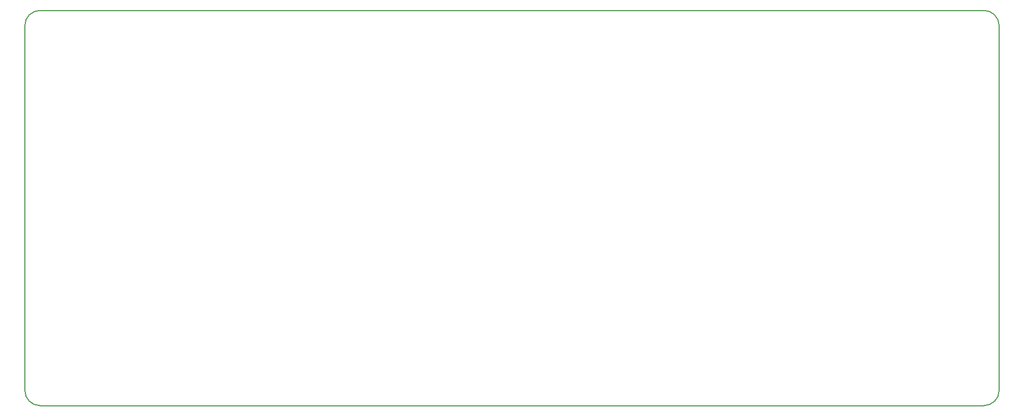
<source format=gbr>
G04 #@! TF.GenerationSoftware,KiCad,Pcbnew,5.1.6-c6e7f7d~87~ubuntu18.04.1*
G04 #@! TF.CreationDate,2021-01-10T02:12:58+01:00*
G04 #@! TF.ProjectId,ZynFace,5a796e46-6163-4652-9e6b-696361645f70,rev?*
G04 #@! TF.SameCoordinates,Original*
G04 #@! TF.FileFunction,Profile,NP*
%FSLAX46Y46*%
G04 Gerber Fmt 4.6, Leading zero omitted, Abs format (unit mm)*
G04 Created by KiCad (PCBNEW 5.1.6-c6e7f7d~87~ubuntu18.04.1) date 2021-01-10 02:12:58*
%MOMM*%
%LPD*%
G01*
G04 APERTURE LIST*
G04 #@! TA.AperFunction,Profile*
%ADD10C,0.150000*%
G04 #@! TD*
G04 APERTURE END LIST*
D10*
X38100000Y-93980000D02*
G75*
G02*
X35560000Y-91440000I0J2540000D01*
G01*
X35560000Y-30480000D02*
G75*
G02*
X38100000Y-27940000I2540000J0D01*
G01*
X35560000Y-91440000D02*
X35560000Y-30480000D01*
X198120000Y-91440000D02*
G75*
G02*
X195580000Y-93980000I-2540000J0D01*
G01*
X195580000Y-93980000D02*
X38100000Y-93980000D01*
X195580000Y-27940000D02*
G75*
G02*
X198120000Y-30480000I0J-2540000D01*
G01*
X198120000Y-30480000D02*
X198120000Y-91440000D01*
X195580000Y-27940000D02*
X38100000Y-27940000D01*
M02*

</source>
